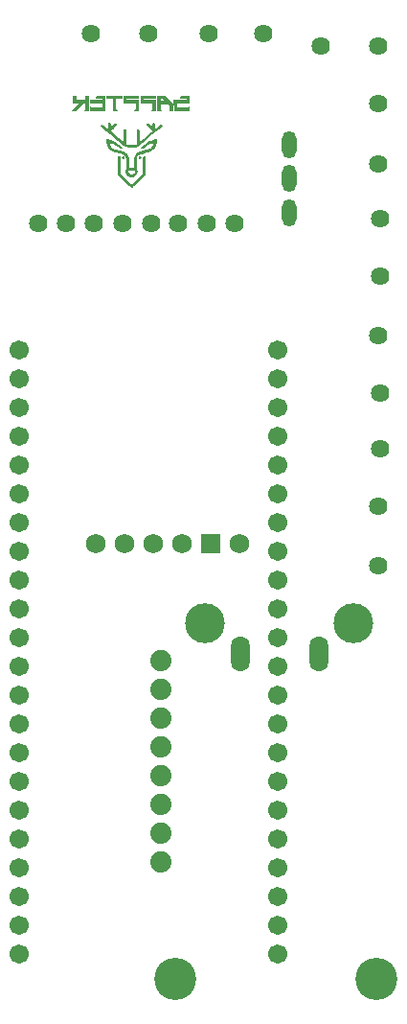
<source format=gbs>
G04 Layer: BottomSolderMaskLayer*
G04 EasyEDA v6.5.51, 2026-01-27 03:17:30*
G04 77339762291546cc9e75e89c24e87ab3,64650944e1e6431b8ca2675abf886f56,10*
G04 Gerber Generator version 0.2*
G04 Scale: 100 percent, Rotated: No, Reflected: No *
G04 Dimensions in millimeters *
G04 leading zeros omitted , absolute positions ,4 integer and 5 decimal *
%FSLAX45Y45*%
%MOMM*%

%AMMACRO1*4,1,8,-0.8463,-0.876,-0.876,-0.8461,-0.876,0.8463,-0.8463,0.876,0.8461,0.876,0.876,0.8463,0.876,-0.8461,0.8461,-0.876,-0.8463,-0.876,0*%
%ADD10O,1.301598X2.401595*%
%ADD11C,1.6256*%
%ADD12C,1.7016*%
%ADD13C,1.7516*%
%ADD14MACRO1*%
%ADD15C,1.7520*%
%ADD16C,0.0191*%
%ADD17C,3.7191*%
%ADD18O,1.66116X3.11912*%
%ADD19C,3.5192*%
%ADD20C,1.8796*%

%LPD*%
G36*
X1684731Y4293819D02*
G01*
X1681225Y4292650D01*
X1678889Y4291228D01*
X1675333Y4288485D01*
X1673148Y4284980D01*
X1672132Y4279087D01*
X1672386Y4235145D01*
X1672031Y4235145D01*
X1666798Y4240530D01*
X1659839Y4247032D01*
X1655622Y4250639D01*
X1646326Y4259326D01*
X1633270Y4270806D01*
X1627733Y4274007D01*
X1625904Y4274769D01*
X1620469Y4275937D01*
X1616659Y4275124D01*
X1613763Y4273092D01*
X1612087Y4271162D01*
X1609598Y4266996D01*
X1609598Y4259072D01*
X1612087Y4254906D01*
X1615643Y4252061D01*
X1623110Y4247032D01*
X1641297Y4231640D01*
X1653336Y4221124D01*
X1660042Y4216044D01*
X1660550Y4215180D01*
X1672843Y4205833D01*
X1695754Y4186986D01*
X1743557Y4145584D01*
X1759864Y4133545D01*
X1772818Y4123232D01*
X1777187Y4119981D01*
X1788058Y4110837D01*
X1805787Y4097324D01*
X1813255Y4090720D01*
X1815642Y4088333D01*
X1826666Y4079290D01*
X1829104Y4078325D01*
X1832356Y4077462D01*
X1842617Y4076598D01*
X1850491Y4075429D01*
X1924456Y4076090D01*
X1930958Y4077106D01*
X1935124Y4078122D01*
X1937918Y4080001D01*
X1945843Y4087622D01*
X1953412Y4094022D01*
X1976526Y4112158D01*
X1992680Y4125772D01*
X2016048Y4144162D01*
X2067661Y4187393D01*
X2101646Y4214876D01*
X2102104Y4215434D01*
X2124405Y4233672D01*
X2130450Y4238142D01*
X2131720Y4239361D01*
X2147214Y4251655D01*
X2152802Y4257243D01*
X2154885Y4261662D01*
X2154885Y4267250D01*
X2153005Y4270908D01*
X2149906Y4274058D01*
X2146249Y4275785D01*
X2140356Y4276191D01*
X2136495Y4274972D01*
X2133701Y4273143D01*
X2123490Y4263288D01*
X2115108Y4256328D01*
X2099310Y4242358D01*
X2090928Y4234230D01*
X2090470Y4234230D01*
X2090724Y4283760D01*
X2089251Y4287367D01*
X2084882Y4291482D01*
X2080717Y4293717D01*
X2076450Y4293717D01*
X2072335Y4291076D01*
X2067966Y4286402D01*
X2066899Y4282795D01*
X2066391Y4254195D01*
X2065629Y4254195D01*
X2057907Y4263085D01*
X2039772Y4280154D01*
X2034946Y4284218D01*
X2031238Y4286199D01*
X2026056Y4287367D01*
X2022093Y4286199D01*
X2017623Y4282795D01*
X2015388Y4279087D01*
X2014372Y4274413D01*
X2015439Y4268724D01*
X2017471Y4265422D01*
X2027224Y4256938D01*
X2041652Y4242816D01*
X2045360Y4239666D01*
X2060193Y4226052D01*
X2065578Y4220514D01*
X2065578Y4219702D01*
X2054148Y4208424D01*
X2040229Y4195724D01*
X1994814Y4157268D01*
X1985365Y4149039D01*
X1954733Y4123537D01*
X1953971Y4123537D01*
X1953971Y4224782D01*
X1952650Y4227931D01*
X1947214Y4233164D01*
X1943963Y4234586D01*
X1940560Y4235246D01*
X1935784Y4233672D01*
X1930907Y4228846D01*
X1929130Y4225137D01*
X1929434Y4108907D01*
X1928774Y4099560D01*
X1917954Y4099915D01*
X1889556Y4097477D01*
X1843989Y4097324D01*
X1837943Y4098442D01*
X1835454Y4099458D01*
X1834845Y4100982D01*
X1834489Y4226864D01*
X1832914Y4229354D01*
X1829917Y4232148D01*
X1825853Y4234129D01*
X1823516Y4234789D01*
X1821078Y4234738D01*
X1817268Y4233722D01*
X1812848Y4229862D01*
X1809953Y4226052D01*
X1809038Y4221886D01*
X1809343Y4122521D01*
X1797710Y4132579D01*
X1793748Y4136339D01*
X1787245Y4141927D01*
X1774240Y4152595D01*
X1764944Y4160520D01*
X1762150Y4162653D01*
X1756562Y4167987D01*
X1747266Y4174896D01*
X1740763Y4181043D01*
X1728216Y4192015D01*
X1723085Y4196791D01*
X1704949Y4212590D01*
X1698193Y4219194D01*
X1698193Y4220667D01*
X1714246Y4236872D01*
X1723034Y4244695D01*
X1727250Y4248708D01*
X1732381Y4253026D01*
X1744014Y4263847D01*
X1746656Y4266082D01*
X1749602Y4270248D01*
X1749501Y4277207D01*
X1747570Y4281017D01*
X1744268Y4284319D01*
X1740052Y4286300D01*
X1733245Y4286300D01*
X1728825Y4283506D01*
X1702206Y4258157D01*
X1699463Y4255160D01*
X1698243Y4255160D01*
X1697736Y4262831D01*
X1697228Y4283760D01*
X1695196Y4287774D01*
X1690522Y4291685D01*
X1688185Y4292752D01*
G37*
G36*
X2104644Y4149598D02*
G01*
X2088134Y4144924D01*
X2070455Y4140250D01*
X2062581Y4137507D01*
X2052320Y4134612D01*
X2045360Y4132326D01*
X2037435Y4128922D01*
X2022093Y4120540D01*
X2010918Y4113326D01*
X2001215Y4106570D01*
X1994154Y4100982D01*
X1977440Y4086656D01*
X1959762Y4069334D01*
X1957578Y4066286D01*
X1958136Y4064914D01*
X1977440Y4064965D01*
X1984908Y4066184D01*
X1988362Y4067657D01*
X1992731Y4070705D01*
X2011324Y4086098D01*
X2014677Y4088333D01*
X2023008Y4094581D01*
X2029307Y4098442D01*
X2029714Y4098442D01*
X2037435Y4102862D01*
X2043277Y4105452D01*
X2050948Y4108246D01*
X2075789Y4116070D01*
X2076246Y4116070D01*
X2075738Y4111650D01*
X2073859Y4102862D01*
X2072487Y4098645D01*
X2067001Y4087012D01*
X2064562Y4082846D01*
X2059533Y4076649D01*
X2052218Y4069689D01*
X2045360Y4065117D01*
X2033270Y4059478D01*
X2024430Y4056634D01*
X2014677Y4053890D01*
X2002586Y4051858D01*
X1992122Y4049572D01*
X1988616Y4048302D01*
X1974189Y4044492D01*
X1963521Y4041292D01*
X1949094Y4035907D01*
X1939798Y4031284D01*
X1931416Y4025696D01*
X1924456Y4020058D01*
X1921662Y4017264D01*
X1917852Y4012641D01*
X1915007Y4008374D01*
X1911705Y4001922D01*
X1910283Y3998671D01*
X1907590Y3990289D01*
X1905660Y3981907D01*
X1904695Y3975404D01*
X1903780Y3957269D01*
X1903730Y3893820D01*
X1860550Y3893820D01*
X1859025Y3893210D01*
X1859534Y3957726D01*
X1860143Y3973068D01*
X1859076Y3982415D01*
X1858060Y3988460D01*
X1854911Y3997248D01*
X1853336Y4002379D01*
X1845310Y4015435D01*
X1840179Y4020616D01*
X1834438Y4025036D01*
X1824939Y4030675D01*
X1817014Y4034637D01*
X1806803Y4038701D01*
X1778863Y4047794D01*
X1768652Y4050537D01*
X1749094Y4054246D01*
X1737969Y4056989D01*
X1732381Y4058615D01*
X1725015Y4061764D01*
X1716125Y4066895D01*
X1707743Y4074007D01*
X1700733Y4081830D01*
X1698599Y4084726D01*
X1691284Y4100525D01*
X1689963Y4104690D01*
X1688795Y4110278D01*
X1687982Y4111904D01*
X1687982Y4114647D01*
X1690979Y4114088D01*
X1706321Y4109465D01*
X1720494Y4104538D01*
X1726336Y4101642D01*
X1730959Y4098848D01*
X1732381Y4098239D01*
X1737664Y4094683D01*
X1738274Y4094683D01*
X1744014Y4090771D01*
X1757019Y4080764D01*
X1774698Y4068876D01*
X1777034Y4067810D01*
X1784553Y4065879D01*
X1800250Y4065981D01*
X1803044Y4066590D01*
X1803400Y4068318D01*
X1802587Y4068876D01*
X1799386Y4073093D01*
X1796135Y4076801D01*
X1784400Y4088434D01*
X1769567Y4100576D01*
X1747266Y4116882D01*
X1741678Y4120540D01*
X1734261Y4124909D01*
X1724761Y4129582D01*
X1717497Y4132478D01*
X1701698Y4137456D01*
X1675180Y4144467D01*
X1662023Y4147718D01*
X1657299Y4147718D01*
X1656689Y4144264D01*
X1657248Y4131513D01*
X1660042Y4115612D01*
X1662277Y4105605D01*
X1665122Y4094937D01*
X1667967Y4086809D01*
X1671980Y4078173D01*
X1675841Y4071924D01*
X1681683Y4064812D01*
X1686204Y4058869D01*
X1693925Y4052265D01*
X1698752Y4048658D01*
X1707286Y4043679D01*
X1715617Y4039920D01*
X1718868Y4038752D01*
X1731467Y4033418D01*
X1740763Y4029964D01*
X1781657Y4019346D01*
X1801215Y4013708D01*
X1802841Y4012844D01*
X1804517Y4012844D01*
X1810512Y4010456D01*
X1813763Y4008932D01*
X1820265Y4004614D01*
X1825447Y3999128D01*
X1828342Y3994861D01*
X1830882Y3989374D01*
X1832610Y3982415D01*
X1833778Y3974033D01*
X1833778Y3887978D01*
X1830730Y3867505D01*
X1829816Y3856380D01*
X1830187Y3853738D01*
X1852472Y3853738D01*
X1853184Y3868572D01*
X1907692Y3869690D01*
X1908403Y3868978D01*
X1908403Y3851910D01*
X1903526Y3846626D01*
X1898396Y3841800D01*
X1890471Y3835603D01*
X1883968Y3832250D01*
X1878787Y3832199D01*
X1876094Y3833571D01*
X1870506Y3837228D01*
X1865884Y3841038D01*
X1852472Y3853738D01*
X1830187Y3853738D01*
X1831289Y3846829D01*
X1832102Y3846322D01*
X1832102Y3845001D01*
X1834997Y3838752D01*
X1837842Y3834485D01*
X1845513Y3825697D01*
X1854707Y3816858D01*
X1858416Y3814013D01*
X1862582Y3812032D01*
X1871421Y3809593D01*
X1883765Y3808120D01*
X1891436Y3809695D01*
X1896313Y3811371D01*
X1902561Y3813962D01*
X1910943Y3820210D01*
X1921713Y3831234D01*
X1924913Y3835450D01*
X1927707Y3840073D01*
X1929688Y3844290D01*
X1931568Y3849827D01*
X1932584Y3854043D01*
X1933448Y3863187D01*
X1932584Y3874515D01*
X1931568Y3879596D01*
X1930552Y3883355D01*
X1929536Y3884625D01*
X1928977Y3918661D01*
X1928672Y3981450D01*
X1930806Y3988917D01*
X1932584Y3992829D01*
X1932584Y3993387D01*
X1937156Y4000042D01*
X1940712Y4003344D01*
X1945843Y4007561D01*
X1953260Y4011726D01*
X1960727Y4014571D01*
X1967230Y4016552D01*
X1997913Y4023664D01*
X2006752Y4025341D01*
X2022551Y4029710D01*
X2033270Y4033418D01*
X2037181Y4035196D01*
X2037638Y4035196D01*
X2048611Y4040225D01*
X2060041Y4046321D01*
X2069947Y4052976D01*
X2080260Y4063288D01*
X2085848Y4070756D01*
X2090420Y4077715D01*
X2095195Y4087012D01*
X2098090Y4094479D01*
X2100884Y4102862D01*
X2102662Y4109821D01*
X2104593Y4119575D01*
X2106472Y4132122D01*
X2107031Y4146143D01*
X2106422Y4149598D01*
G37*
G36*
X2003602Y3998976D02*
G01*
X1989074Y3996080D01*
X1985365Y3994861D01*
X1984044Y3992168D01*
X1983282Y3984244D01*
X1982368Y3963314D01*
X1980539Y3942384D01*
X1979472Y3912158D01*
X1980082Y3907028D01*
X1978914Y3839768D01*
X1970582Y3834129D01*
X1911908Y3775811D01*
X1882749Y3745890D01*
X1881835Y3745890D01*
X1815947Y3812184D01*
X1789582Y3838295D01*
X1786636Y3840022D01*
X1786077Y3841953D01*
X1786077Y3920540D01*
X1784807Y3976014D01*
X1784146Y3977081D01*
X1783283Y3985158D01*
X1782521Y3989374D01*
X1780895Y3992778D01*
X1778660Y3994251D01*
X1773326Y3995674D01*
X1766316Y3997045D01*
X1759508Y3997045D01*
X1759966Y3984701D01*
X1761134Y3849370D01*
X1759508Y3830777D01*
X1765147Y3828084D01*
X1767230Y3826611D01*
X1785874Y3807968D01*
X1802587Y3790391D01*
X1822602Y3770528D01*
X1863039Y3731209D01*
X1874418Y3720947D01*
X1881124Y3715207D01*
X1882902Y3715207D01*
X1893265Y3725672D01*
X1897938Y3729431D01*
X1905812Y3736848D01*
X1968601Y3798671D01*
X1979777Y3809390D01*
X1998370Y3827881D01*
X2003247Y3831590D01*
X2003247Y3942842D01*
X2004161Y3964228D01*
X2004415Y3997756D01*
G37*
G36*
X1956968Y3996131D02*
G01*
X1953260Y3995115D01*
X1949297Y3993184D01*
X1944776Y3988815D01*
X1942795Y3985006D01*
X1942795Y3978910D01*
X1944725Y3974846D01*
X1947824Y3971239D01*
X1951736Y3969156D01*
X1957120Y3969156D01*
X1962861Y3972051D01*
X1965807Y3975201D01*
X1967738Y3978656D01*
X1969007Y3983126D01*
X1967839Y3987037D01*
X1965604Y3991762D01*
X1963521Y3993692D01*
X1961184Y3994912D01*
G37*
G36*
X1805279Y3996131D02*
G01*
X1800758Y3993083D01*
X1796846Y3987342D01*
X1796237Y3982262D01*
X1796897Y3979164D01*
X1798726Y3974947D01*
X1800758Y3972763D01*
X1804720Y3970020D01*
X1810969Y3970020D01*
X1815642Y3972306D01*
X1817979Y3974947D01*
X1820011Y3979316D01*
X1820570Y3984244D01*
X1818995Y3988917D01*
X1816150Y3993083D01*
X1814982Y3994251D01*
X1810969Y3996029D01*
G37*
G36*
X2315972Y4533138D02*
G01*
X2306066Y4503420D01*
X2365502Y4503420D01*
X2365502Y4493514D01*
X2251456Y4493514D01*
X2261362Y4394200D01*
X2395220Y4394200D01*
X2395220Y4443730D01*
X2375408Y4423918D01*
X2288286Y4423918D01*
X2284222Y4463542D01*
X2395220Y4463542D01*
X2395220Y4533138D01*
G37*
G36*
X2107692Y4533138D02*
G01*
X2107692Y4394200D01*
X2157222Y4394200D01*
X2137410Y4414012D01*
X2137410Y4453636D01*
X2196846Y4453636D01*
X2196846Y4455414D01*
X2168906Y4483608D01*
X2137410Y4483608D01*
X2137410Y4503420D01*
X2161032Y4503420D01*
X2216658Y4447540D01*
X2216658Y4394200D01*
X2246630Y4394200D01*
X2246630Y4459986D01*
X2173224Y4533138D01*
G37*
G36*
X1958848Y4533138D02*
G01*
X1958848Y4463542D01*
X2067814Y4463542D01*
X2067814Y4414012D01*
X2048002Y4394200D01*
X2097786Y4394200D01*
X2097786Y4493514D01*
X1988566Y4493514D01*
X1988566Y4503420D01*
X2097786Y4503420D01*
X2097786Y4533138D01*
G37*
G36*
X1810004Y4533138D02*
G01*
X1810004Y4463542D01*
X1918970Y4463542D01*
X1918970Y4414012D01*
X1899157Y4394200D01*
X1948942Y4394200D01*
X1948942Y4493514D01*
X1839722Y4493514D01*
X1839722Y4503420D01*
X1948942Y4503420D01*
X1948942Y4533138D01*
G37*
G36*
X1661160Y4533138D02*
G01*
X1661160Y4503420D01*
X1715770Y4503420D01*
X1715770Y4394200D01*
X1765300Y4394200D01*
X1745488Y4414012D01*
X1745488Y4503420D01*
X1800098Y4503420D01*
X1800098Y4533138D01*
G37*
G36*
X1571752Y4533138D02*
G01*
X1561846Y4503420D01*
X1621536Y4503420D01*
X1621536Y4493514D01*
X1512316Y4493514D01*
X1512316Y4463542D01*
X1621536Y4463542D01*
X1621536Y4423918D01*
X1532128Y4423918D01*
X1512316Y4443730D01*
X1512316Y4394200D01*
X1651254Y4394200D01*
X1651254Y4533138D01*
G37*
G36*
X1363472Y4533138D02*
G01*
X1363472Y4463542D01*
X1418082Y4463542D01*
X1348486Y4394200D01*
X1390650Y4394200D01*
X1459992Y4463542D01*
X1472692Y4463542D01*
X1472692Y4414012D01*
X1452880Y4394200D01*
X1502410Y4394200D01*
X1502410Y4533138D01*
X1472692Y4533138D01*
X1472692Y4493514D01*
X1393190Y4493514D01*
X1393190Y4533138D01*
G37*
D10*
G01*
X3276600Y3497300D03*
G01*
X3276600Y3797300D03*
G01*
X3276600Y4097299D03*
D11*
G01*
X1302664Y3403600D03*
G01*
X1551203Y3403600D03*
G01*
X1799767Y3403600D03*
G01*
X2057400Y3403600D03*
G01*
X2296896Y3403600D03*
G01*
X2545435Y3403600D03*
G01*
X2794000Y3403600D03*
G01*
X1054100Y3403600D03*
D12*
G01*
X889000Y2285997D03*
G01*
X889000Y2031997D03*
G01*
X889000Y1777997D03*
G01*
X889000Y1523997D03*
G01*
X889000Y1269997D03*
G01*
X889000Y1015997D03*
G01*
X889000Y761997D03*
G01*
X889000Y507997D03*
G01*
X889000Y253997D03*
G01*
X889000Y-2D03*
G01*
X889000Y-254002D03*
G01*
X889000Y-508002D03*
G01*
X889000Y-762002D03*
G01*
X889000Y-1016002D03*
G01*
X889000Y-1270002D03*
G01*
X889000Y-1524002D03*
G01*
X889000Y-1778002D03*
G01*
X889000Y-2032002D03*
G01*
X889000Y-2286002D03*
G01*
X889000Y-2540002D03*
G01*
X889000Y-2794002D03*
G01*
X889000Y-3048002D03*
G01*
X3175000Y-3048002D03*
G01*
X3175000Y-2794002D03*
G01*
X3175000Y-2540002D03*
G01*
X3175000Y-2286002D03*
G01*
X3175000Y-2032002D03*
G01*
X3175000Y-1778002D03*
G01*
X3175000Y-1524002D03*
G01*
X3175000Y-1270002D03*
G01*
X3175000Y-1016002D03*
G01*
X3175000Y-762002D03*
G01*
X3175000Y-508002D03*
G01*
X3175000Y-254002D03*
G01*
X3175000Y-2D03*
G01*
X3175000Y253997D03*
G01*
X3175000Y507997D03*
G01*
X3175000Y761997D03*
G01*
X3175000Y1015997D03*
G01*
X3175000Y1269997D03*
G01*
X3175000Y1523997D03*
G01*
X3175000Y1777997D03*
G01*
X3175000Y2031997D03*
G01*
X3175000Y2285997D03*
D13*
G01*
X1562354Y571245D03*
G01*
X1816354Y571245D03*
G01*
X2070100Y571754D03*
G01*
X2324100Y570992D03*
D14*
G01*
X2578100Y570992D03*
D15*
G01*
X2832100Y571500D03*
D17*
G01*
X4046702Y-3265296D03*
G01*
X2268702Y-3265296D03*
D18*
G01*
X2839440Y-399414D03*
G01*
X3539439Y-399414D03*
D19*
G01*
X2532456Y-128396D03*
G01*
X3846449Y-128396D03*
D20*
G01*
X2141702Y-2236596D03*
G01*
X2141702Y-1982596D03*
G01*
X2141702Y-1728596D03*
G01*
X2141702Y-1474596D03*
G01*
X2141702Y-1220596D03*
G01*
X2141702Y-966596D03*
G01*
X2141702Y-712596D03*
G01*
X2141702Y-458596D03*
D11*
G01*
X1524002Y5079997D03*
G01*
X2032002Y5079997D03*
G01*
X2565402Y5079997D03*
G01*
X3048002Y5079997D03*
G01*
X3556002Y4965697D03*
G01*
X4064002Y4965697D03*
G01*
X4064002Y4457697D03*
G01*
X4064002Y3924297D03*
G01*
X4076702Y3441697D03*
G01*
X4076702Y2933697D03*
G01*
X4064002Y2412997D03*
G01*
X4064002Y2412997D03*
G01*
X4076702Y1904997D03*
G01*
X4076702Y1409697D03*
G01*
X4064002Y901697D03*
G01*
X4064002Y380997D03*
M02*

</source>
